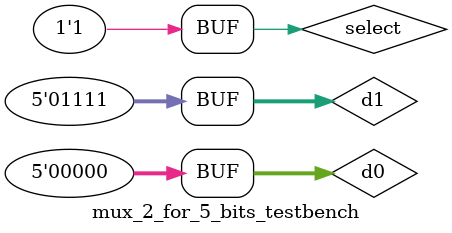
<source format=v>

module mux_2_for_5_bits_testbench();
	
	reg select;
	reg [4:0] d0;
	reg [4:0] d1;
	
	wire [4:0] result;

	mux_2_for_32_bits  _mux(result, d0, d1, select);
	
	initial begin
	//and

	select = 0;
	d0 = 4'b1111;
	d1 = 4'b0000;
	
	#1;
	
	select = 1;
	d0 = 4'b0000;
	d1 = 4'b1111;
	
	end
	
	initial begin
	$monitor("select =>%1b\n  d0=%4b\n  d1=%4b\n  result=%4b\n",select,d0,d1, result);
	end
	
	
endmodule
</source>
